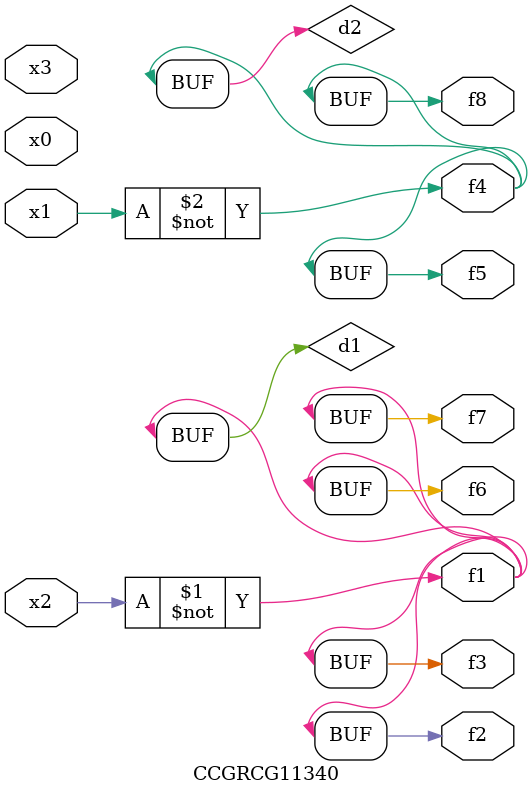
<source format=v>
module CCGRCG11340(
	input x0, x1, x2, x3,
	output f1, f2, f3, f4, f5, f6, f7, f8
);

	wire d1, d2;

	xnor (d1, x2);
	not (d2, x1);
	assign f1 = d1;
	assign f2 = d1;
	assign f3 = d1;
	assign f4 = d2;
	assign f5 = d2;
	assign f6 = d1;
	assign f7 = d1;
	assign f8 = d2;
endmodule

</source>
